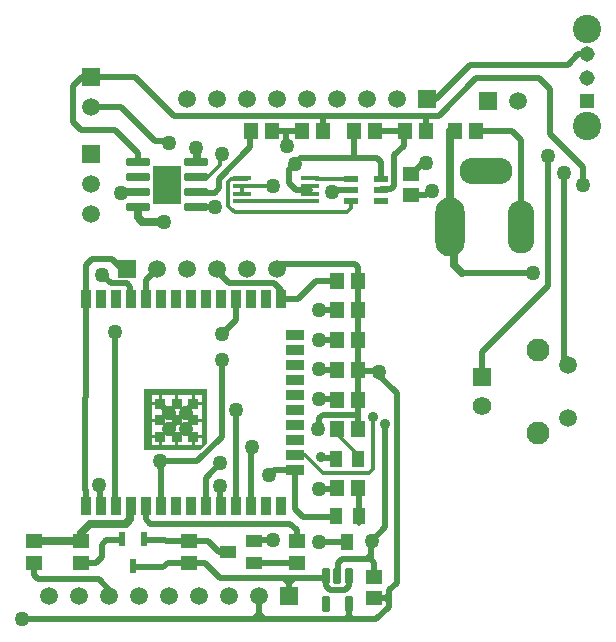
<source format=gtl>
G04*
G04 #@! TF.GenerationSoftware,Altium Limited,Altium Designer,20.0.2 (26)*
G04*
G04 Layer_Physical_Order=1*
G04 Layer_Color=255*
%FSLAX25Y25*%
%MOIN*%
G70*
G01*
G75*
%ADD46R,0.05512X0.04724*%
G04:AMPARAMS|DCode=47|XSize=23.62mil|YSize=53.15mil|CornerRadius=1.77mil|HoleSize=0mil|Usage=FLASHONLY|Rotation=180.000|XOffset=0mil|YOffset=0mil|HoleType=Round|Shape=RoundedRectangle|*
%AMROUNDEDRECTD47*
21,1,0.02362,0.04961,0,0,180.0*
21,1,0.02008,0.05315,0,0,180.0*
1,1,0.00354,-0.01004,0.02480*
1,1,0.00354,0.01004,0.02480*
1,1,0.00354,0.01004,-0.02480*
1,1,0.00354,-0.01004,-0.02480*
%
%ADD47ROUNDEDRECTD47*%
%ADD48R,0.04331X0.05709*%
%ADD49R,0.04724X0.05512*%
%ADD50R,0.03543X0.05906*%
%ADD51R,0.05906X0.03543*%
%ADD52R,0.03543X0.03543*%
%ADD53R,0.02362X0.04528*%
%ADD54R,0.05512X0.03937*%
%ADD55R,0.03937X0.05512*%
%ADD56R,0.04764X0.02323*%
G04:AMPARAMS|DCode=57|XSize=61.42mil|YSize=15.75mil|CornerRadius=1.97mil|HoleSize=0mil|Usage=FLASHONLY|Rotation=180.000|XOffset=0mil|YOffset=0mil|HoleType=Round|Shape=RoundedRectangle|*
%AMROUNDEDRECTD57*
21,1,0.06142,0.01181,0,0,180.0*
21,1,0.05748,0.01575,0,0,180.0*
1,1,0.00394,-0.02874,0.00591*
1,1,0.00394,0.02874,0.00591*
1,1,0.00394,0.02874,-0.00591*
1,1,0.00394,-0.02874,-0.00591*
%
%ADD57ROUNDEDRECTD57*%
G04:AMPARAMS|DCode=58|XSize=77.56mil|YSize=23.62mil|CornerRadius=2.95mil|HoleSize=0mil|Usage=FLASHONLY|Rotation=180.000|XOffset=0mil|YOffset=0mil|HoleType=Round|Shape=RoundedRectangle|*
%AMROUNDEDRECTD58*
21,1,0.07756,0.01772,0,0,180.0*
21,1,0.07165,0.02362,0,0,180.0*
1,1,0.00591,-0.03583,0.00886*
1,1,0.00591,0.03583,0.00886*
1,1,0.00591,0.03583,-0.00886*
1,1,0.00591,-0.03583,-0.00886*
%
%ADD58ROUNDEDRECTD58*%
%ADD59R,0.09500X0.13000*%
%ADD60C,0.02000*%
%ADD61C,0.01200*%
%ADD62C,0.02500*%
%ADD63R,0.05906X0.05906*%
%ADD64C,0.05906*%
%ADD65R,0.05906X0.05906*%
%ADD66R,0.05150X0.05150*%
%ADD67C,0.05150*%
%ADD68C,0.09449*%
%ADD69C,0.06201*%
%ADD70R,0.06201X0.06201*%
%ADD71O,0.17717X0.08858*%
%ADD72O,0.08858X0.17717*%
%ADD73O,0.09843X0.19685*%
%ADD74C,0.05898*%
%ADD75C,0.07677*%
%ADD76C,0.03543*%
%ADD77C,0.05000*%
G36*
X126900Y56700D02*
X121000D01*
X123950Y59650D01*
X126900Y56700D01*
D02*
G37*
G36*
X153840Y58837D02*
X150890Y55887D01*
X156790D01*
X153840Y58837D01*
D02*
G37*
G36*
X164783Y63257D02*
X167733Y60307D01*
Y66207D01*
X164783Y63257D01*
D02*
G37*
G36*
X134000Y67000D02*
X136950Y69950D01*
X131050D01*
X134000Y67000D01*
D02*
G37*
G36*
X158000Y76400D02*
D01*
D02*
G37*
G36*
X161200Y79150D02*
X158250Y76200D01*
X161200D01*
Y79150D01*
D02*
G37*
G36*
X106500Y114984D02*
X104116Y112600D01*
X85500Y112600D01*
X85500Y133100D01*
X106500Y133100D01*
X106500Y114984D01*
D02*
G37*
G36*
X137300Y216850D02*
D01*
D02*
G37*
%LPC*%
G36*
X104795Y130872D02*
X102524D01*
Y128600D01*
X104795D01*
Y130872D01*
D02*
G37*
G36*
X90500D02*
X88228D01*
Y128600D01*
X90500D01*
Y130872D01*
D02*
G37*
G36*
X101524D02*
X97012D01*
Y128100D01*
X96012D01*
Y130872D01*
X91500D01*
Y128100D01*
X91000D01*
Y127600D01*
X88228D01*
Y125328D01*
Y123088D01*
X91000D01*
Y122088D01*
X88228D01*
Y119817D01*
Y117576D01*
X91000D01*
Y117076D01*
X91500D01*
Y114305D01*
X96012D01*
Y117076D01*
X97012D01*
Y114305D01*
X101524D01*
Y117076D01*
X102024D01*
Y117576D01*
X104795D01*
Y119817D01*
Y122088D01*
X102024D01*
Y123088D01*
X104795D01*
Y125328D01*
Y127600D01*
X102024D01*
Y128100D01*
X101524D01*
Y130872D01*
D02*
G37*
G36*
X104795Y116576D02*
X102524D01*
Y114305D01*
X104795D01*
Y116576D01*
D02*
G37*
G36*
X90500D02*
X88228D01*
Y114305D01*
X90500D01*
Y116576D01*
D02*
G37*
%LPD*%
D46*
X162323Y70343D02*
D03*
Y63257D02*
D03*
X136468Y75057D02*
D03*
Y82143D02*
D03*
X100500Y75057D02*
D03*
Y82143D02*
D03*
X49000D02*
D03*
Y75057D02*
D03*
X64500D02*
D03*
Y82143D02*
D03*
X174500Y197557D02*
D03*
Y204643D02*
D03*
D47*
X153840Y70665D02*
D03*
X150100D02*
D03*
X146360D02*
D03*
Y61335D02*
D03*
X153840D02*
D03*
D48*
X149760Y109627D02*
D03*
X156846D02*
D03*
D49*
X149957Y119457D02*
D03*
X157043D02*
D03*
X189257Y219100D02*
D03*
X196343D02*
D03*
X157043Y99836D02*
D03*
X149957D02*
D03*
Y149243D02*
D03*
X157043D02*
D03*
X149957Y169100D02*
D03*
X157043D02*
D03*
X149957Y159171D02*
D03*
X157043D02*
D03*
X149957Y139314D02*
D03*
X157043D02*
D03*
X149857Y129386D02*
D03*
X156943D02*
D03*
X155557Y219100D02*
D03*
X162643D02*
D03*
X138257D02*
D03*
X145343D02*
D03*
X172657Y219000D02*
D03*
X179743D02*
D03*
X121157Y219100D02*
D03*
X128243D02*
D03*
D50*
X66118Y94045D02*
D03*
X71118D02*
D03*
X76118D02*
D03*
X81118D02*
D03*
X86118D02*
D03*
X91118D02*
D03*
X96118D02*
D03*
X101118D02*
D03*
X106118D02*
D03*
X111118D02*
D03*
X116118D02*
D03*
X121118D02*
D03*
X126118D02*
D03*
X131118D02*
D03*
Y162943D02*
D03*
X126118D02*
D03*
X121118D02*
D03*
X116118D02*
D03*
X111118D02*
D03*
X106118D02*
D03*
X101118D02*
D03*
X96118D02*
D03*
X91118D02*
D03*
X86118D02*
D03*
X81118D02*
D03*
X76118D02*
D03*
X71118D02*
D03*
X66118D02*
D03*
D51*
X136039Y150994D02*
D03*
Y145994D02*
D03*
Y140994D02*
D03*
Y135994D02*
D03*
Y130994D02*
D03*
Y125994D02*
D03*
Y120994D02*
D03*
Y115994D02*
D03*
Y110994D02*
D03*
Y105994D02*
D03*
D52*
X96512Y122588D02*
D03*
Y128100D02*
D03*
X102024D02*
D03*
Y122588D02*
D03*
Y117076D02*
D03*
X96512D02*
D03*
X91000D02*
D03*
Y122588D02*
D03*
Y128100D02*
D03*
D53*
X82000Y74040D02*
D03*
X78260Y82898D02*
D03*
X85740D02*
D03*
D54*
X113669Y78659D02*
D03*
X122331Y82399D02*
D03*
Y74919D02*
D03*
D55*
X153400Y81873D02*
D03*
X149660Y90534D02*
D03*
X157140D02*
D03*
D56*
X154716Y203040D02*
D03*
Y199300D02*
D03*
Y195560D02*
D03*
X164597D02*
D03*
Y203040D02*
D03*
Y199300D02*
D03*
D57*
X118203Y195461D02*
D03*
Y198021D02*
D03*
Y200580D02*
D03*
Y203139D02*
D03*
X140880D02*
D03*
Y200580D02*
D03*
Y198021D02*
D03*
Y195461D02*
D03*
D58*
X103044Y193500D02*
D03*
Y198500D02*
D03*
Y203500D02*
D03*
Y208500D02*
D03*
X83556D02*
D03*
Y203500D02*
D03*
Y198500D02*
D03*
Y193500D02*
D03*
D59*
X93300Y201000D02*
D03*
D60*
X167300Y60400D02*
Y65773D01*
X169872Y68345D01*
X162996Y138311D02*
X169872Y131436D01*
Y68345D02*
Y131436D01*
X163100Y56200D02*
X167300Y60400D01*
X161500Y82400D02*
X166100Y87000D01*
Y121200D01*
X138700Y90400D02*
X149660D01*
X122331Y82340D02*
X122461Y82470D01*
X77700Y173600D02*
X80500D01*
X94000Y124850D02*
X96625Y122225D01*
X143500Y119500D02*
X144074Y120074D01*
X163693Y139007D02*
X164000Y138700D01*
X142921Y149221D02*
X149935D01*
X136223Y199300D02*
X140880D01*
X95457Y224043D02*
X145343D01*
X65000Y236900D02*
X68000D01*
X62000Y233900D02*
X65000Y236900D01*
X62000Y221800D02*
Y233900D01*
Y221800D02*
X64500Y219300D01*
X75900D01*
X83556Y211644D01*
X68000Y226900D02*
X78000D01*
X68000Y236900D02*
X82600D01*
X95457Y224043D01*
X221000Y217800D02*
X231900Y206900D01*
Y201000D02*
Y206900D01*
X221000Y217800D02*
Y232926D01*
X215300Y171600D02*
X215400Y171500D01*
X191600Y171600D02*
X215300D01*
X217200Y236726D02*
X221000Y232926D01*
X142943Y139357D02*
X149914D01*
X225600Y142158D02*
Y204900D01*
Y142158D02*
X226800Y140958D01*
X198367Y145167D02*
X220400Y167200D01*
Y210500D01*
X149699Y129543D02*
X149857Y129386D01*
X144057Y129543D02*
X149699D01*
X143900Y129700D02*
X144057Y129543D01*
X158351Y139007D02*
X163693D01*
X156993Y124421D02*
Y129336D01*
Y119507D02*
Y124421D01*
X144074Y120074D02*
Y123250D01*
X145246Y124421D01*
X156993D01*
X142600Y139700D02*
X142943Y139357D01*
X157749Y139609D02*
X158351Y139007D01*
X45000Y56200D02*
X124000D01*
X74000Y64100D02*
Y66000D01*
X70500Y69500D02*
X74000Y66000D01*
X50300Y69500D02*
X70500D01*
X49000Y70800D02*
X50300Y69500D01*
X49000Y70800D02*
Y75057D01*
X103044Y193500D02*
X103094Y193550D01*
X109350D01*
X109400Y193600D01*
X78000Y226900D02*
X89326Y215574D01*
X93226D01*
X93800Y215000D01*
X179026Y207726D02*
X179600Y208300D01*
X177976Y207726D02*
X179026D01*
X174894Y204643D02*
X177976Y207726D01*
X174500Y204643D02*
X174894D01*
X172607Y219050D02*
X172657Y219000D01*
X162693Y219050D02*
X172607D01*
X162643Y219100D02*
X162693Y219050D01*
X172300Y218643D02*
X172657Y219000D01*
X172300Y214100D02*
Y218643D01*
X164759Y199461D02*
X167928D01*
X169100Y200633D01*
Y210900D01*
X172300Y214100D01*
X164597Y199300D02*
X164759Y199461D01*
X137600Y209800D02*
X155700D01*
X155557Y209943D02*
Y219100D01*
X134000Y201523D02*
Y206200D01*
X133000Y219100D02*
X138257D01*
X128243D02*
X133000D01*
Y214100D02*
X133300Y213800D01*
X133000Y214100D02*
Y219100D01*
X83556Y208500D02*
Y211644D01*
X78000Y198400D02*
X78050Y198450D01*
X83506D01*
X83556Y198500D01*
X163426Y209800D02*
X164597Y208628D01*
Y203040D02*
Y208628D01*
X155700Y209800D02*
X163426D01*
X134000Y201523D02*
X136223Y199300D01*
X174500Y197557D02*
X179445D01*
X180888Y199000D01*
X181700D01*
X121100Y213600D02*
Y219043D01*
X110600Y203100D02*
X121100Y213600D01*
X110600Y199800D02*
Y203100D01*
X109200Y198400D02*
X110600Y199800D01*
X154554Y199139D02*
X154716Y199300D01*
X149850Y199139D02*
X154554D01*
X149212Y198500D02*
X149850Y199139D01*
X148400Y198500D02*
X149212D01*
X179800Y224100D02*
X183800D01*
X175800D02*
X179800D01*
X179743Y219000D02*
Y224043D01*
X179800Y224100D01*
X121100Y219043D02*
X121157Y219100D01*
X103344Y198400D02*
X109200D01*
X145400Y224100D02*
X175800D01*
X145343Y219100D02*
Y224043D01*
X145400Y224100D01*
X111700Y151400D02*
X116118Y155818D01*
Y162943D01*
X111500Y117100D02*
Y142500D01*
X103400Y109000D02*
X111500Y117100D01*
X91000Y109000D02*
X103400D01*
X133800Y70100D02*
X145794D01*
X111000D02*
X133800D01*
X134000Y64100D02*
Y69900D01*
X133800Y70100D02*
X134000Y69900D01*
X146300Y70605D02*
X146360Y70665D01*
X145794Y70100D02*
X146300Y70605D01*
X136039Y93061D02*
X138700Y90400D01*
X143900Y82000D02*
X153400D01*
X161200Y82100D02*
X161500Y82400D01*
X161200Y76200D02*
Y82100D01*
X150281Y70846D02*
Y75028D01*
X151453Y76200D01*
X161200D01*
X162323Y75077D01*
X150100Y70665D02*
X150281Y70846D01*
X162323Y70343D02*
Y75077D01*
X153840Y67340D02*
Y70665D01*
X152508Y66008D02*
X153840Y67340D01*
X147715Y66008D02*
X152508D01*
X146300Y67423D02*
Y70605D01*
Y67423D02*
X147715Y66008D01*
X162323Y63257D02*
X167243D01*
X153700Y56200D02*
X163100D01*
X124000D02*
X153700D01*
X153840Y56340D02*
Y61335D01*
X153700Y56200D02*
X153840Y56340D01*
X124000Y56200D02*
Y64100D01*
X149914Y139357D02*
X149957Y139314D01*
X149935Y149221D02*
X149957Y149243D01*
X142900Y149200D02*
X142921Y149221D01*
X149892Y159236D02*
X149957Y159171D01*
X142964Y159236D02*
X149892D01*
X142900Y159300D02*
X142964Y159236D01*
X127400Y104400D02*
X127406D01*
X129053Y106047D01*
X135986D01*
X149573Y109813D02*
X149760Y109627D01*
X143986Y109813D02*
X149573D01*
X156993Y119507D02*
X157043Y119457D01*
X156943Y129386D02*
X156993Y129336D01*
X156943Y129386D02*
X156993Y129436D01*
Y139264D01*
X157043Y139314D01*
X136039Y93061D02*
Y105994D01*
X143500Y99600D02*
X149957D01*
X116250Y125850D02*
X116309Y125791D01*
Y94236D02*
Y125791D01*
X91000Y106718D02*
Y109000D01*
Y106718D02*
X91118Y106600D01*
X106118Y94045D02*
Y103318D01*
X111100Y108300D01*
X111059Y94104D02*
Y100659D01*
X111100Y100700D01*
X87500Y88100D02*
X134328D01*
X91118Y94045D02*
Y106600D01*
X110500Y171600D02*
Y173600D01*
X143100Y169100D02*
X149957D01*
X136943Y162943D02*
X143100Y169100D01*
X131118Y162943D02*
X136943D01*
X157043Y159171D02*
Y169100D01*
Y149243D02*
Y159171D01*
Y141300D02*
Y149243D01*
Y141300D02*
X157749Y139609D01*
X75000Y176300D02*
X77700Y173600D01*
X68200Y176300D02*
X75000D01*
X66118Y174218D02*
X68200Y176300D01*
X81059Y163002D02*
Y167041D01*
X79953Y168147D02*
X81059Y167041D01*
X74453Y168147D02*
X79953D01*
X71500Y171100D02*
X74453Y168147D01*
X113953D02*
X128953D01*
X110500Y171600D02*
X113953Y168147D01*
X128953D02*
X131118Y165982D01*
X211300Y187100D02*
Y216000D01*
X208200Y219100D02*
X211300Y216000D01*
X196343Y219100D02*
X208200D01*
X198367Y137021D02*
Y145167D01*
X194300Y241100D02*
X226800D01*
X182800Y229600D02*
X194300Y241100D01*
X179800Y229600D02*
X182800D01*
X196426Y236726D02*
X217200D01*
X183800Y224100D02*
X196426Y236726D01*
X66118Y162943D02*
Y174218D01*
X155900Y174700D02*
X157000Y173600D01*
X131600Y174700D02*
X155900D01*
X130500Y173600D02*
X131600Y174700D01*
X131118Y162943D02*
Y165982D01*
X211300Y184313D02*
Y187100D01*
X175800Y224100D02*
X175843Y224057D01*
X157000Y169143D02*
X157043Y169100D01*
X157000Y169143D02*
Y173600D01*
X99500Y125576D02*
X102024Y128100D01*
X99500Y125100D02*
Y125576D01*
Y119600D02*
X102024Y117076D01*
X94000Y119600D02*
X96625Y122225D01*
X94000Y124850D02*
Y125100D01*
X91000Y128100D02*
X94000Y125100D01*
X66118Y94045D02*
Y99118D01*
X66000Y99236D02*
X66118Y99118D01*
X66000Y99236D02*
Y130054D01*
X66118Y130172D01*
Y162943D01*
X135986Y106047D02*
X136039Y105994D01*
X122461Y82470D02*
X128370D01*
X128500Y82600D01*
X70500Y101100D02*
X70809Y100791D01*
Y94354D02*
Y100791D01*
Y94354D02*
X71118Y94045D01*
X100500Y75057D02*
X106043D01*
X111000Y70100D01*
X124000Y64100D02*
X124747Y63353D01*
X179300Y229600D02*
X179800D01*
X121309Y94236D02*
Y113409D01*
X230300Y244600D02*
X233300D01*
X226800Y241100D02*
X230300Y244600D01*
X134328Y88100D02*
X136500Y85928D01*
X86118Y89482D02*
X87500Y88100D01*
X86118Y89482D02*
Y94045D01*
X136500Y82143D02*
Y85928D01*
X92957Y82143D02*
X100500D01*
X64500Y75057D02*
X69457D01*
X71500Y77100D01*
Y80958D01*
X73071Y82529D01*
X78260D01*
X82000Y73671D02*
X82071Y73600D01*
X92000D01*
X93457Y75057D02*
X100500D01*
X92000Y73600D02*
X93457Y75057D01*
X85740Y82529D02*
X92571D01*
X92957Y82143D01*
X110500Y78600D02*
X113669D01*
X106957Y82143D02*
X110500Y78600D01*
X100500Y82143D02*
X106957D01*
X136402Y74958D02*
X136500Y75057D01*
X122429Y74958D02*
X136402D01*
X122331Y74860D02*
X122429Y74958D01*
X81059Y163002D02*
X81118Y162943D01*
X86118Y169218D02*
X90500Y173600D01*
X86118Y162943D02*
Y169218D01*
X157142Y88529D02*
X157240Y88431D01*
X157142Y88529D02*
Y99502D01*
X157043Y99600D02*
X157142Y99502D01*
X149957Y99600D02*
X149957Y99600D01*
X111059Y94104D02*
X111118Y94045D01*
X121309Y113409D02*
X121500Y113600D01*
X121118Y94045D02*
X121309Y94236D01*
X116118Y94045D02*
X116309Y94236D01*
X76000Y152100D02*
X76059Y152041D01*
Y94104D02*
Y152041D01*
Y94104D02*
X76118Y94045D01*
D61*
X162000Y106300D02*
Y123600D01*
X160500Y104800D02*
X162000Y106300D01*
X145300Y104800D02*
X160500D01*
X139200Y110900D02*
X145300Y104800D01*
X136133Y110900D02*
X139200D01*
X136039Y110994D02*
X136133Y110900D01*
X113532Y194127D02*
Y195366D01*
Y194127D02*
X113600Y194058D01*
X113532Y195366D02*
Y201914D01*
X113600Y194058D02*
X114584Y193074D01*
X154716Y193216D02*
Y195560D01*
X153300Y191800D02*
X154716Y193216D01*
X114584Y202967D02*
X120090D01*
X155557Y209943D02*
X155700Y209800D01*
X118203Y198021D02*
Y200580D01*
X140880Y198021D02*
Y199300D01*
Y200351D02*
Y200580D01*
X110873Y207573D02*
Y210573D01*
X106800Y203500D02*
X110873Y207573D01*
X103044Y203500D02*
X106800D01*
X110873Y210573D02*
X111600Y211300D01*
X113532Y201914D02*
X114584Y202967D01*
Y193074D02*
X114726D01*
X116000Y191800D01*
X154666Y203089D02*
X154716Y203040D01*
X142988Y203089D02*
X154666D01*
X116000Y191800D02*
X153300D01*
X120261Y195461D02*
X142939D01*
X120261Y200580D02*
X120301Y200540D01*
X128560D01*
X128600Y200500D01*
X120090Y202967D02*
X120261Y203139D01*
X156846Y109627D02*
Y111054D01*
X149957Y117943D02*
X156846Y111054D01*
X149957Y117943D02*
Y119457D01*
X142939Y203139D02*
X142988Y203089D01*
D62*
X103100Y213300D02*
X103122Y213278D01*
Y208569D02*
Y213278D01*
X187700Y187122D02*
Y219100D01*
X187678Y187100D02*
X189083Y185695D01*
Y174117D02*
X191600Y171600D01*
X189083Y174117D02*
Y185695D01*
X67500Y88100D02*
X79536D01*
X64500Y85100D02*
X67500Y88100D01*
X83600Y190164D02*
Y193456D01*
X85065Y188700D02*
X92400D01*
X83600Y190164D02*
X85065Y188700D01*
X83556Y193500D02*
X83600Y193456D01*
X103044Y208500D02*
X103053D01*
X103122Y208569D01*
X187678Y187100D02*
X187700Y187122D01*
Y219100D02*
X189257D01*
X64500Y82143D02*
Y85100D01*
X81000Y89565D02*
Y93927D01*
X79536Y88100D02*
X81000Y89565D01*
Y93927D02*
X81118Y94045D01*
X49000Y82143D02*
X64500D01*
D63*
X68000Y211200D02*
D03*
Y236900D02*
D03*
D64*
Y201200D02*
D03*
Y191200D02*
D03*
X114000Y64100D02*
D03*
X104000D02*
D03*
X94000D02*
D03*
X84000D02*
D03*
X74000D02*
D03*
X64000D02*
D03*
X54000D02*
D03*
X124000D02*
D03*
X159800Y229600D02*
D03*
X149800D02*
D03*
X139800D02*
D03*
X129800D02*
D03*
X119800D02*
D03*
X109800D02*
D03*
X99800D02*
D03*
X169800D02*
D03*
X210300Y229100D02*
D03*
X90100Y173100D02*
D03*
X100100D02*
D03*
X110100D02*
D03*
X120100D02*
D03*
X130100D02*
D03*
X68000Y226900D02*
D03*
D65*
X134000Y64100D02*
D03*
X179800Y229600D02*
D03*
X200300Y229100D02*
D03*
X80100Y173100D02*
D03*
D66*
X233300Y228852D02*
D03*
D67*
Y236726D02*
D03*
Y244600D02*
D03*
D68*
Y252868D02*
D03*
Y220584D02*
D03*
D69*
X198367Y127179D02*
D03*
D70*
Y137021D02*
D03*
D71*
X199489Y205604D02*
D03*
D72*
X211300Y187100D02*
D03*
D73*
X187678D02*
D03*
D74*
X226800Y123242D02*
D03*
Y140958D02*
D03*
D75*
X216997Y145899D02*
D03*
Y118301D02*
D03*
D76*
X162000Y123600D02*
D03*
X166100Y121200D02*
D03*
X144700Y110200D02*
D03*
D77*
X143500Y119500D02*
D03*
X164000Y138700D02*
D03*
X103100Y213300D02*
D03*
X231900Y201000D02*
D03*
X215400Y171500D02*
D03*
X225600Y204900D02*
D03*
X220400Y210500D02*
D03*
X143900Y129700D02*
D03*
Y139700D02*
D03*
Y149200D02*
D03*
Y82000D02*
D03*
X45000Y56200D02*
D03*
X109400Y193600D02*
D03*
X136100Y208100D02*
D03*
X93800Y215000D02*
D03*
X179600Y208300D02*
D03*
X133300Y213800D02*
D03*
X92400Y188700D02*
D03*
X78000Y198400D02*
D03*
X181700Y199000D02*
D03*
X111600Y211300D02*
D03*
X148400Y198500D02*
D03*
X128600Y200500D02*
D03*
X111700Y151400D02*
D03*
X111500Y142500D02*
D03*
X161500Y82400D02*
D03*
X127400Y104400D02*
D03*
X143900Y99600D02*
D03*
X116250Y125850D02*
D03*
X91000Y109000D02*
D03*
X111100Y108300D02*
D03*
Y100700D02*
D03*
X143900Y159300D02*
D03*
X71500Y171100D02*
D03*
X99500Y125100D02*
D03*
Y119600D02*
D03*
X94000D02*
D03*
Y125100D02*
D03*
X128500Y82600D02*
D03*
X70500Y101100D02*
D03*
X121500Y113600D02*
D03*
X76000Y152100D02*
D03*
M02*

</source>
